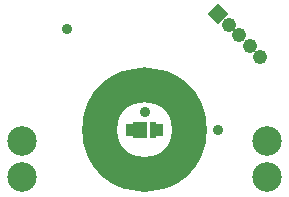
<source format=gts>
G04 Layer_Color=8388736*
%FSLAX25Y25*%
%MOIN*%
G70*
G01*
G75*
%ADD28C,0.11811*%
%ADD29R,0.02375X0.08674*%
%ADD30R,0.02375X0.02375*%
%ADD31R,0.03162X0.03950*%
%ADD32R,0.04816X0.05288*%
%ADD33R,0.03280X0.03950*%
%ADD34R,0.01981X0.05288*%
%ADD35C,0.09855*%
%ADD36C,0.04761*%
G04:AMPARAMS|DCode=37|XSize=47.59mil|YSize=47.61mil|CornerRadius=0mil|HoleSize=0mil|Usage=FLASHONLY|Rotation=315.000|XOffset=0mil|YOffset=0mil|HoleType=Round|Shape=Rectangle|*
%AMROTATEDRECTD37*
4,1,4,-0.03366,-0.00001,0.00001,0.03366,0.03366,0.00001,-0.00001,-0.03366,-0.03366,-0.00001,0.0*
%
%ADD37ROTATEDRECTD37*%

%ADD38C,0.03500*%
D28*
X14961Y0D02*
G03*
X14961Y0I-14961J0D01*
G01*
D29*
X-19098Y-157D02*
D03*
D30*
X19602Y-117D02*
D03*
D31*
X4748Y0D02*
D03*
D32*
X-1394D02*
D03*
D33*
X-4642D02*
D03*
D34*
X2976D02*
D03*
D35*
X40945Y-15905D02*
D03*
Y-3701D02*
D03*
X-40945Y-15905D02*
D03*
Y-3701D02*
D03*
D36*
X35107Y27893D02*
D03*
X31571Y31429D02*
D03*
X38642Y24358D02*
D03*
X28036Y34964D02*
D03*
D37*
X24500Y38500D02*
D03*
D38*
X0Y6000D02*
D03*
X24383Y-117D02*
D03*
X-26000Y33500D02*
D03*
M02*

</source>
